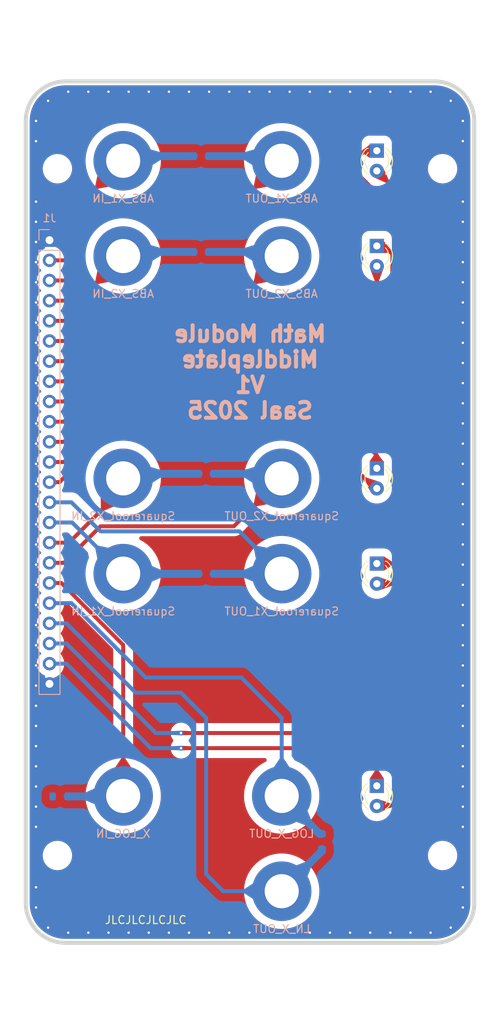
<source format=kicad_pcb>
(kicad_pcb (version 20240108) (generator "pcbnew") (generator_version "8.0")
  (layers (0 "F.Cu" signal) (31 "B.Cu" signal) (34 "B.Paste" user) (35 "F.Paste" user) (36 "B.SilkS" user "B.Silkscreen") (37 "F.SilkS" user "F.Silkscreen") (38 "B.Mask" user) (39 "F.Mask" user) (44 "Edge.Cuts" user))
  (net 0 "")
  (net 1 "LED_LOG_2")
  (net 2 "LED_LOG_1")
  (net 3 "ABS_X1_LED_1")
  (net 4 "ABS_X1_LED_2")
  (net 5 "ABS_X2_LED_1")
  (net 6 "ABS_X2_LED_2")
  (net 7 "SR_X1_LED_1")
  (net 8 "SR_X1_LED_2")
  (net 9 "SR_X2_LED_2")
  (net 10 "SR_X2_LED_1")
  (net 11 "ABS_X1_IN")
  (net 12 "ABS_X1_OUT")
  (net 13 "ABS_X2_IN")
  (net 14 "ABS_X2_OUT")
  (net 15 "Squareroot_X1_IN")
  (net 16 "Squareroot_X1_OUT")
  (net 17 "Squareroot_X2_IN")
  (net 18 "Squareroot_X2_OUT")
  (net 19 "X_LOG")
  (net 20 "LOG_X_OUT")
  (net 21 "LN_X_OUT")
  (net 22 "GND")
  (footprint "LED_THT:LED_D3.0mm_FlatTop" (layer "F.Cu") (at 97.1 121.53 -90)
    (property "Reference" "D5" (hide yes))
    (property "Value" "LED")
    (fp_line (start -0.29 1.08) (end -0.29 1.236) (stroke (width 0.12)) (layer "F.SilkS"))
    (fp_line (start -0.29 -1.236) (end -0.29 -1.08) (stroke (width 0.12)) (layer "F.SilkS"))
    (fp_arc (start 2.941397 1.080061) (mid 1.365624 1.987701) (end -0.29 1.235516) (stroke (width 0.12)) (layer "F.SilkS"))
    (fp_arc (start 2.31091 1.080049) (mid 1.269965 1.5) (end 0.229039 1.08) (stroke (width 0.12)) (layer "F.SilkS"))
    (fp_arc (start 0.229039 -1.08) (mid 1.269965 -1.5) (end 2.31091 -1.080049) (stroke (width 0.12)) (layer "F.SilkS"))
    (fp_arc (start -0.29 -1.235516) (mid 1.365624 -1.987701) (end 2.941397 -1.080061) (stroke (width 0.12)) (layer "F.SilkS"))
    (pad "1" thru_hole rect (at 0 0 270) (size 1.8 1.8) (drill 0.9) (layers "*.Cu" "*.Mask") (net 10 "SR_X2_LED_1"))
    (pad "2" thru_hole circle (at 2.54 0 270) (size 1.8 1.8) (drill 0.9) (layers "*.Cu" "*.Mask") (net 9 "SR_X2_LED_2"))
  )
  (footprint "MountingHole:MountingHole_3.2mm_M3_DIN965" (layer "F.Cu") (at 56.8 71.8)
    (property "Reference" "H1" (hide yes))
    (property "Value" "MountingHole")
    (pad "" np_thru_hole circle (at 0 0) (size 3.2 3.2) (drill 3.2) (layers "*.Cu" "*.Mask"))
  )
  (footprint "LED_THT:LED_D3.0mm_FlatTop" (layer "F.Cu") (at 97.1 69.53 -90)
    (property "Reference" "D2" (hide yes))
    (property "Value" "LED")
    (fp_line (start -0.29 1.08) (end -0.29 1.236) (stroke (width 0.12)) (layer "F.SilkS"))
    (fp_line (start -0.29 -1.236) (end -0.29 -1.08) (stroke (width 0.12)) (layer "F.SilkS"))
    (fp_arc (start 2.941397 1.080061) (mid 1.365624 1.987701) (end -0.29 1.235516) (stroke (width 0.12)) (layer "F.SilkS"))
    (fp_arc (start 2.31091 1.080049) (mid 1.269965 1.5) (end 0.229039 1.08) (stroke (width 0.12)) (layer "F.SilkS"))
    (fp_arc (start 0.229039 -1.08) (mid 1.269965 -1.5) (end 2.31091 -1.080049) (stroke (width 0.12)) (layer "F.SilkS"))
    (fp_arc (start -0.29 -1.235516) (mid 1.365624 -1.987701) (end 2.941397 -1.080061) (stroke (width 0.12)) (layer "F.SilkS"))
    (pad "1" thru_hole rect (at 0 0 270) (size 1.8 1.8) (drill 0.9) (layers "*.Cu" "*.Mask") (net 3 "ABS_X1_LED_1"))
    (pad "2" thru_hole circle (at 2.54 0 270) (size 1.8 1.8) (drill 0.9) (layers "*.Cu" "*.Mask") (net 4 "ABS_X1_LED_2"))
  )
  (footprint "MountingHole:MountingHole_3.2mm_M3_DIN965" (layer "F.Cu") (at 56.8 158.3)
    (property "Reference" "H8" (hide yes))
    (property "Value" "MountingHole")
    (pad "" np_thru_hole circle (at 0 0) (size 3.2 3.2) (drill 3.2) (layers "*.Cu" "*.Mask"))
  )
  (footprint "LED_THT:LED_D3.0mm_FlatTop" (layer "F.Cu") (at 97.1 81.53 -90)
    (property "Reference" "D3" (hide yes))
    (property "Value" "LED")
    (fp_line (start -0.29 1.08) (end -0.29 1.236) (stroke (width 0.12)) (layer "F.SilkS"))
    (fp_line (start -0.29 -1.236) (end -0.29 -1.08) (stroke (width 0.12)) (layer "F.SilkS"))
    (fp_arc (start 2.941397 1.080061) (mid 1.365624 1.987701) (end -0.29 1.235516) (stroke (width 0.12)) (layer "F.SilkS"))
    (fp_arc (start 2.31091 1.080049) (mid 1.269965 1.5) (end 0.229039 1.08) (stroke (width 0.12)) (layer "F.SilkS"))
    (fp_arc (start 0.229039 -1.08) (mid 1.269965 -1.5) (end 2.31091 -1.080049) (stroke (width 0.12)) (layer "F.SilkS"))
    (fp_arc (start -0.29 -1.235516) (mid 1.365624 -1.987701) (end 2.941397 -1.080061) (stroke (width 0.12)) (layer "F.SilkS"))
    (pad "1" thru_hole rect (at 0 0 270) (size 1.8 1.8) (drill 0.9) (layers "*.Cu" "*.Mask") (net 5 "ABS_X2_LED_1"))
    (pad "2" thru_hole circle (at 2.54 0 270) (size 1.8 1.8) (drill 0.9) (layers "*.Cu" "*.Mask") (net 6 "ABS_X2_LED_2"))
  )
  (footprint "LED_THT:LED_D3.0mm_FlatTop" (layer "F.Cu") (at 97.1 109.53 -90)
    (property "Reference" "D4" (hide yes))
    (property "Value" "LED")
    (fp_line (start -0.29 1.08) (end -0.29 1.236) (stroke (width 0.12)) (layer "F.SilkS"))
    (fp_line (start -0.29 -1.236) (end -0.29 -1.08) (stroke (width 0.12)) (layer "F.SilkS"))
    (fp_arc (start 2.941397 1.080061) (mid 1.365624 1.987701) (end -0.29 1.235516) (stroke (width 0.12)) (layer "F.SilkS"))
    (fp_arc (start 2.31091 1.080049) (mid 1.269965 1.5) (end 0.229039 1.08) (stroke (width 0.12)) (layer "F.SilkS"))
    (fp_arc (start 0.229039 -1.08) (mid 1.269965 -1.5) (end 2.31091 -1.080049) (stroke (width 0.12)) (layer "F.SilkS"))
    (fp_arc (start -0.29 -1.235516) (mid 1.365624 -1.987701) (end 2.941397 -1.080061) (stroke (width 0.12)) (layer "F.SilkS"))
    (pad "1" thru_hole rect (at 0 0 270) (size 1.8 1.8) (drill 0.9) (layers "*.Cu" "*.Mask") (net 7 "SR_X1_LED_1"))
    (pad "2" thru_hole circle (at 2.54 0 270) (size 1.8 1.8) (drill 0.9) (layers "*.Cu" "*.Mask") (net 8 "SR_X1_LED_2"))
  )
  (footprint "MountingHole:MountingHole_3.2mm_M3_DIN965" (layer "F.Cu") (at 105.4 71.8)
    (property "Reference" "H4" (hide yes))
    (property "Value" "MountingHole")
    (pad "" np_thru_hole circle (at 0 0) (size 3.2 3.2) (drill 3.2) (layers "*.Cu" "*.Mask"))
  )
  (footprint "LED_THT:LED_D3.0mm_FlatTop" (layer "F.Cu") (at 97.1 149.53 -90)
    (property "Reference" "D1" (hide yes))
    (property "Value" "LED")
    (fp_line (start -0.29 1.08) (end -0.29 1.236) (stroke (width 0.12)) (layer "F.SilkS"))
    (fp_line (start -0.29 -1.236) (end -0.29 -1.08) (stroke (width 0.12)) (layer "F.SilkS"))
    (fp_arc (start 2.941397 1.080061) (mid 1.365624 1.987701) (end -0.29 1.235516) (stroke (width 0.12)) (layer "F.SilkS"))
    (fp_arc (start 2.31091 1.080049) (mid 1.269965 1.5) (end 0.229039 1.08) (stroke (width 0.12)) (layer "F.SilkS"))
    (fp_arc (start 0.229039 -1.08) (mid 1.269965 -1.5) (end 2.31091 -1.080049) (stroke (width 0.12)) (layer "F.SilkS"))
    (fp_arc (start -0.29 -1.235516) (mid 1.365624 -1.987701) (end 2.941397 -1.080061) (stroke (width 0.12)) (layer "F.SilkS"))
    (pad "1" thru_hole rect (at 0 0 270) (size 1.8 1.8) (drill 0.9) (layers "*.Cu" "*.Mask") (net 2 "LED_LOG_1"))
    (pad "2" thru_hole circle (at 2.54 0 270) (size 1.8 1.8) (drill 0.9) (layers "*.Cu" "*.Mask") (net 1 "LED_LOG_2"))
  )
  (footprint "MountingHole:MountingHole_3.2mm_M3_DIN965" (layer "F.Cu") (at 105.4 158.3)
    (property "Reference" "H5" (hide yes))
    (property "Value" "MountingHole")
    (pad "" np_thru_hole circle (at 0 0) (size 3.2 3.2) (drill 3.2) (layers "*.Cu" "*.Mask"))
  )
  (footprint "MountingHole:MountingHole_4.3mm_M4_DIN965_Pad" (layer "B.Cu") (at 85.1 150.8 180)
    (property "Reference" "H14" (hide yes))
    (property "Value" "LOG_X_OUT" (at 0 -4.75 0) (layer "B.SilkS") (effects (justify mirror)))
    (pad "1" thru_hole circle (at 0 0 180) (size 7.5 7.5) (drill 4.3) (layers "*.Cu" "*.Mask") (net 20 "LOG_X_OUT"))
  )
  (footprint "MountingHole:MountingHole_4.3mm_M4_DIN965_Pad" (layer "B.Cu") (at 85.1 110.8 180)
    (property "Reference" "H12" (hide yes))
    (property "Value" "Squareroot_X2_OUT" (at 0 -4.75 0) (layer "B.SilkS") (effects (justify mirror)))
    (pad "1" thru_hole circle (at 0 0 180) (size 7.5 7.5) (drill 4.3) (layers "*.Cu" "*.Mask") (net 18 "Squareroot_X2_OUT"))
  )
  (footprint "analog_computing:VCAN16A2-03S-E3-08" (layer "B.Cu") (at 75.565 109.22 90)
    (property "Reference" "U4" (hide yes))
    (property "Value" "VCAN16A2" (hide yes))
    (pad "1" smd roundrect (at -1 0.95 90) (size 1 0.8) (layers "B.Cu" "B.Paste" "B.Mask") (net 18 "Squareroot_X2_OUT"))
    (pad "2" smd roundrect (at -1 -0.95 90) (size 1 0.8) (layers "B.Cu" "B.Paste" "B.Mask") (net 17 "Squareroot_X2_IN"))
    (pad "3" smd roundrect (at 1 0 90) (size 1 0.8) (layers "B.Cu" "B.Paste" "B.Mask") (net 22 "GND"))
  )
  (footprint "MountingHole:MountingHole_4.3mm_M4_DIN965_Pad" (layer "B.Cu") (at 65.1 110.8 180)
    (property "Reference" "H11" (hide yes))
    (property "Value" "Squareroot_X2_IN" (at 0 -4.75 0) (layer "B.SilkS") (effects (justify mirror)))
    (pad "1" thru_hole circle (at 0 0 180) (size 7.5 7.5) (drill 4.3) (layers "*.Cu" "*.Mask") (net 17 "Squareroot_X2_IN"))
  )
  (footprint "analog_computing:VCAN16A2-03S-E3-08" (layer "B.Cu") (at 91.17 156.53)
    (property "Reference" "U6" (hide yes))
    (property "Value" "VCAN16A2" (hide yes))
    (pad "1" smd roundrect (at -1 0.95) (size 1 0.8) (layers "B.Cu" "B.Paste" "B.Mask") (net 21 "LN_X_OUT"))
    (pad "2" smd roundrect (at -1 -0.95) (size 1 0.8) (layers "B.Cu" "B.Paste" "B.Mask") (net 20 "LOG_X_OUT"))
    (pad "3" smd roundrect (at 1 0) (size 1 0.8) (layers "B.Cu" "B.Paste" "B.Mask") (net 22 "GND"))
  )
  (footprint "analog_computing:VCAN16A2-03S-E3-08" (layer "B.Cu") (at 75.565 123.825 -90)
    (property "Reference" "U3" (hide yes))
    (property "Value" "VCAN16A2" (hide yes))
    (pad "1" smd roundrect (at -1 0.95 270) (size 1 0.8) (layers "B.Cu" "B.Paste" "B.Mask") (net 15 "Squareroot_X1_IN"))
    (pad "2" smd roundrect (at -1 -0.95 270) (size 1 0.8) (layers "B.Cu" "B.Paste" "B.Mask") (net 16 "Squareroot_X1_OUT"))
    (pad "3" smd roundrect (at 1 0 270) (size 1 0.8) (layers "B.Cu" "B.Paste" "B.Mask") (net 22 "GND"))
  )
  (footprint "analog_computing:VCAN16A2-03S-E3-08" (layer "B.Cu") (at 57.15 149.86 90)
    (property "Reference" "U5" (hide yes))
    (property "Value" "VCAN16A2" (hide yes))
    (pad "1" smd roundrect (at -1 0.95 90) (size 1 0.8) (layers "B.Cu" "B.Paste" "B.Mask") (net 19 "X_LOG"))
    (pad "2" smd roundrect (at -1 -0.95 90) (size 1 0.8) (layers "B.Cu" "B.Paste" "B.Mask"))
    (pad "3" smd roundrect (at 1 0 90) (size 1 0.8) (layers "B.Cu" "B.Paste" "B.Mask") (net 22 "GND"))
  )
  (footprint "MountingHole:MountingHole_4.3mm_M4_DIN965_Pad" (layer "B.Cu") (at 85.1 162.8 180)
    (property "Reference" "H15" (hide yes))
    (property "Value" "LN_X_OUT" (at 0 -4.75 0) (layer "B.SilkS") (effects (justify mirror)))
    (pad "1" thru_hole circle (at 0 0 180) (size 7.5 7.5) (drill 4.3) (layers "*.Cu" "*.Mask") (net 21 "LN_X_OUT"))
  )
  (footprint "MountingHole:MountingHole_4.3mm_M4_DIN965_Pad" (layer "B.Cu") (at 65.1 150.8 180)
    (property "Reference" "H13" (hide yes))
    (property "Value" "X_LOG_IN" (at 0 -4.75 0) (layer "B.SilkS") (effects (justify mirror)))
    (pad "1" thru_hole circle (at 0 0 180) (size 7.5 7.5) (drill 4.3) (layers "*.Cu" "*.Mask") (net 19 "X_LOG"))
  )
  (footprint "MountingHole:MountingHole_4.3mm_M4_DIN965_Pad" (layer "B.Cu") (at 65.1 122.8 180)
    (property "Reference" "H9" (hide yes))
    (property "Value" "Squareroot_X1_IN" (at 0 -4.75 0) (layer "B.SilkS") (effects (justify mirror)))
    (pad "1" thru_hole circle (at 0 0 180) (size 7.5 7.5) (drill 4.3) (layers "*.Cu" "*.Mask") (net 15 "Squareroot_X1_IN"))
  )
  (footprint "analog_computing:VCAN16A2-03S-E3-08" (layer "B.Cu") (at 74.93 81.28 90)
    (property "Reference" "U2" (hide yes))
    (property "Value" "VCAN16A2" (hide yes))
    (pad "1" smd roundrect (at -1 0.95 90) (size 1 0.8) (layers "B.Cu" "B.Paste" "B.Mask") (net 14 "ABS_X2_OUT"))
    (pad "2" smd roundrect (at -1 -0.95 90) (size 1 0.8) (layers "B.Cu" "B.Paste" "B.Mask") (net 13 "ABS_X2_IN"))
    (pad "3" smd roundrect (at 1 0 90) (size 1 0.8) (layers "B.Cu" "B.Paste" "B.Mask") (net 22 "GND"))
  )
  (footprint "MountingHole:MountingHole_4.3mm_M4_DIN965_Pad" (layer "B.Cu") (at 85.1 122.8 180)
    (property "Reference" "H10" (hide yes))
    (property "Value" "Squareroot_X1_OUT" (at 0 -4.75 0) (layer "B.SilkS") (effects (justify mirror)))
    (pad "1" thru_hole circle (at 0 0 180) (size 7.5 7.5) (drill 4.3) (layers "*.Cu" "*.Mask") (net 16 "Squareroot_X1_OUT"))
  )
  (footprint "Connector_PinSocket_2.54mm:PinSocket_1x23_P2.54mm_Vertical" (layer "B.Cu") (at 55.8 80.8 180)
    (property "Reference" "J1" (at 0 2.77 0) (layer "B.SilkS") (effects (justify mirror)))
    (property "Value" "Conn_01x23_Pin")
    (fp_line (start 1.33 1.33) (end 0 1.33) (stroke (width 0.12)) (layer "B.SilkS"))
    (fp_line (start 1.33 0) (end 1.33 1.33) (stroke (width 0.12)) (layer "B.SilkS"))
    (fp_line (start 1.33 -1.27) (end -1.33 -1.27) (stroke (width 0.12)) (layer "B.SilkS"))
    (fp_line (start 1.33 -57.21) (end 1.33 -1.27) (stroke (width 0.12)) (layer "B.SilkS"))
    (fp_line (start 1.33 -57.21) (end -1.33 -57.21) (stroke (width 0.12)) (layer "B.SilkS"))
    (fp_line (start -1.33 -57.21) (end -1.33 -1.27) (stroke (width 0.12)) (layer "B.SilkS"))
    (pad "1" thru_hole rect (at 0 0 180) (size 1.7 1.7) (drill 1) (layers "*.Cu" "*.Mask") (net 22 "GND"))
    (pad "2" thru_hole oval (at 0 -2.54 180) (size 1.7 1.7) (drill 1) (layers "*.Cu" "*.Mask") (net 11 "ABS_X1_IN"))
    (pad "3" thru_hole oval (at 0 -5.08 180) (size 1.7 1.7) (drill 1) (layers "*.Cu" "*.Mask") (net 12 "ABS_X1_OUT"))
    (pad "4" thru_hole oval (at 0 -7.62 180) (size 1.7 1.7) (drill 1) (layers "*.Cu" "*.Mask") (net 13 "ABS_X2_IN"))
    (pad "5" thru_hole oval (at 0 -10.16 180) (size 1.7 1.7) (drill 1) (layers "*.Cu" "*.Mask") (net 14 "ABS_X2_OUT"))
    (pad "6" thru_hole oval (at 0 -12.7 180) (size 1.7 1.7) (drill 1) (layers "*.Cu" "*.Mask") (net 6 "ABS_X2_LED_2"))
    (pad "7" thru_hole oval (at 0 -15.24 180) (size 1.7 1.7) (drill 1) (layers "*.Cu" "*.Mask") (net 5 "ABS_X2_LED_1"))
    (pad "8" thru_hole oval (at 0 -17.78 180) (size 1.7 1.7) (drill 1) (layers "*.Cu" "*.Mask") (net 3 "ABS_X1_LED_1"))
    (pad "9" thru_hole oval (at 0 -20.32 180) (size 1.7 1.7) (drill 1) (layers "*.Cu" "*.Mask") (net 4 "ABS_X1_LED_2"))
    (pad "10" thru_hole oval (at 0 -22.86 180) (size 1.7 1.7) (drill 1) (layers "*.Cu" "*.Mask") (net 9 "SR_X2_LED_2"))
    (pad "11" thru_hole oval (at 0 -25.4 180) (size 1.7 1.7) (drill 1) (layers "*.Cu" "*.Mask") (net 10 "SR_X2_LED_1"))
    (pad "12" thru_hole oval (at 0 -27.94 180) (size 1.7 1.7) (drill 1) (layers "*.Cu" "*.Mask") (net 7 "SR_X1_LED_1"))
    (pad "13" thru_hole oval (at 0 -30.48 180) (size 1.7 1.7) (drill 1) (layers "*.Cu" "*.Mask") (net 8 "SR_X1_LED_2"))
    (pad "14" thru_hole oval (at 0 -33.02 180) (size 1.7 1.7) (drill 1) (layers "*.Cu" "*.Mask") (net 16 "Squareroot_X1_OUT"))
    (pad "15" thru_hole oval (at 0 -35.56 180) (size 1.7 1.7) (drill 1) (layers "*.Cu" "*.Mask") (net 15 "Squareroot_X1_IN"))
    (pad "16" thru_hole oval (at 0 -38.1 180) (size 1.7 1.7) (drill 1) (layers "*.Cu" "*.Mask") (net 17 "Squareroot_X2_IN"))
    (pad "17" thru_hole oval (at 0 -40.64 180) (size 1.7 1.7) (drill 1) (layers "*.Cu" "*.Mask") (net 18 "Squareroot_X2_OUT"))
    (pad "18" thru_hole oval (at 0 -43.18 180) (size 1.7 1.7) (drill 1) (layers "*.Cu" "*.Mask") (net 19 "X_LOG"))
    (pad "19" thru_hole oval (at 0 -45.72 180) (size 1.7 1.7) (drill 1) (layers "*.Cu" "*.Mask") (net 20 "LOG_X_OUT"))
    (pad "20" thru_hole oval (at 0 -48.26 180) (size 1.7 1.7) (drill 1) (layers "*.Cu" "*.Mask") (net 21 "LN_X_OUT"))
    (pad "21" thru_hole oval (at 0 -50.8 180) (size 1.7 1.7) (drill 1) (layers "*.Cu" "*.Mask") (net 1 "LED_LOG_2"))
    (pad "22" thru_hole oval (at 0 -53.34 180) (size 1.7 1.7) (drill 1) (layers "*.Cu" "*.Mask") (net 2 "LED_LOG_1"))
    (pad "23" thru_hole oval (at 0 -55.88 180) (size 1.7 1.7) (drill 1) (layers "*.Cu" "*.Mask") (net 22 "GND"))
  )
  (footprint "MountingHole:MountingHole_4.3mm_M4_DIN965_Pad" (layer "B.Cu") (at 65.1 82.8 180)
    (property "Reference" "H6" (hide yes))
    (property "Value" "ABS_X2_IN" (at 0 -4.75 0) (layer "B.SilkS") (effects (justify mirror)))
    (pad "1" thru_hole circle (at 0 0 180) (size 7.5 7.5) (drill 4.3) (layers "*.Cu" "*.Mask") (net 13 "ABS_X2_IN"))
  )
  (footprint "MountingHole:MountingHole_4.3mm_M4_DIN965_Pad" (layer "B.Cu") (at 85.1 82.8 180)
    (property "Reference" "H7" (hide yes))
    (property "Value" "ABS_X2_OUT" (at 0 -4.75 0) (layer "B.SilkS") (effects (justify mirror)))
    (pad "1" thru_hole circle (at 0 0 180) (size 7.5 7.5) (drill 4.3) (layers "*.Cu" "*.Mask") (net 14 "ABS_X2_OUT"))
  )
  (footprint "analog_computing:VCAN16A2-03S-E3-08" (layer "B.Cu") (at 74.93 69.215 90)
    (property "Reference" "U1" (hide yes))
    (property "Value" "VCAN16A2" (hide yes))
    (pad "1" smd roundrect (at -1 0.95 90) (size 1 0.8) (layers "B.Cu" "B.Paste" "B.Mask") (net 12 "ABS_X1_OUT"))
    (pad "2" smd roundrect (at -1 -0.95 90) (size 1 0.8) (layers "B.Cu" "B.Paste" "B.Mask") (net 11 "ABS_X1_IN"))
    (pad "3" smd roundrect (at 1 0 90) (size 1 0.8) (layers "B.Cu" "B.Paste" "B.Mask") (net 22 "GND"))
  )
  (footprint "MountingHole:MountingHole_4.3mm_M4_DIN965_Pad" (layer "B.Cu") (at 65.1 70.8 180)
    (property "Reference" "H2" (hide yes))
    (property "Value" "ABS_X1_IN" (at 0 -4.75 0) (layer "B.SilkS") (effects (justify mirror)))
    (pad "1" thru_hole circle (at 0 0 180) (size 7.5 7.5) (drill 4.3) (layers "*.Cu" "*.Mask") (net 11 "ABS_X1_IN"))
  )
  (footprint "MountingHole:MountingHole_4.3mm_M4_DIN965_Pad" (layer "B.Cu") (at 85.1 70.8 180)
    (property "Reference" "H3" (hide yes))
    (property "Value" "ABS_X1_OUT" (at 0 -4.75 0) (layer "B.SilkS") (effects (justify mirror)))
    (pad "1" thru_hole circle (at 0 0 180) (size 7.5 7.5) (drill 4.3) (layers "*.Cu" "*.Mask") (net 12 "ABS_X1_OUT"))
  )
  (gr_line (start 109.4 65.8) (end 109.4 164.3) (stroke (width 0.5)) (layer "Edge.Cuts"))
  (gr_line (start 57.8 60.8) (end 104.4 60.8) (stroke (width 0.5)) (layer "Edge.Cuts"))
  (gr_line (start 104.4 169.3) (end 57.8 169.3) (stroke (width 0.5)) (layer "Edge.Cuts"))
  (gr_arc (start 52.8 65.8) (mid 54.264466 62.264466) (end 57.8 60.8) (stroke (width 0.5)) (layer "Edge.Cuts"))
  (gr_arc (start 104.4 60.8) (mid 107.935534 62.264466) (end 109.4 65.8) (stroke (width 0.5)) (layer "Edge.Cuts"))
  (gr_line (start 52.8 164.3) (end 52.8 65.8) (stroke (width 0.5)) (layer "Edge.Cuts"))
  (gr_arc (start 57.8 169.3) (mid 54.264466 167.835534) (end 52.8 164.3) (stroke (width 0.5)) (layer "Edge.Cuts"))
  (gr_arc (start 109.4 164.3) (mid 107.935534 167.835534) (end 104.4 169.3) (stroke (width 0.5)) (layer "Edge.Cuts"))
  (gr_text "Math Module\nMiddleplate\nV1\nSaal 2025" (at 81.1 91.44 0) (layer "B.SilkS") (effects (font (size 2 2) (thickness 0.5) (bold yes)) (justify top mirror)))
  (gr_text "JLCJLCJLCJLC" (at 67.945 167.005 0) (layer "F.SilkS") (effects (font (size 1 1)) (justify bottom)))
  (segment (start 98.755 152.07) (end 97.1 152.07) (width 0.5) (layer "F.Cu") (net 1))
  (segment (start 72.39 142.875) (end 95.25 142.875) (width 0.5) (layer "F.Cu") (net 1))
  (segment (start 99.695 151.13) (end 98.755 152.07) (width 0.5) (layer "F.Cu") (net 1))
  (segment (start 95.25 142.875) (end 99.695 147.32) (width 0.5) (layer "F.Cu") (net 1))
  (segment (start 99.695 147.32) (end 99.695 151.13) (width 0.5) (layer "F.Cu") (net 1))
  (via (at 72.39 142.875) (size 0.6) (drill 0.3) (layers "F.Cu" "B.Cu") (net 1))
  (segment (start 55.8 131.6) (end 57.94 131.6) (width 0.5) (layer "B.Cu") (net 1))
  (segment (start 57.94 131.6) (end 69.215 142.875) (width 0.5) (layer "B.Cu") (net 1))
  (segment (start 69.215 142.875) (end 72.39 142.875) (width 0.5) (layer "B.Cu") (net 1))
  (segment (start 94.615 144.78) (end 97.155 147.32) (width 0.5) (layer "F.Cu") (net 2))
  (segment (start 72.39 144.78) (end 94.615 144.78) (width 0.5) (layer "F.Cu") (net 2))
  (segment (start 97.155 147.32) (end 97.1 147.375) (width 0.5) (layer "F.Cu") (net 2))
  (segment (start 97.1 147.375) (end 97.1 149.53) (width 0.5) (layer "F.Cu") (net 2))
  (via (at 72.39 144.78) (size 0.6) (drill 0.3) (layers "F.Cu" "B.Cu") (net 2))
  (segment (start 55.8 134.14) (end 57.94 134.14) (width 0.5) (layer "B.Cu") (net 2))
  (segment (start 68.58 144.78) (end 72.39 144.78) (width 0.5) (layer "B.Cu") (net 2))
  (segment (start 57.94 134.14) (end 68.58 144.78) (width 0.5) (layer "B.Cu") (net 2))
  (segment (start 57.63 98.58) (end 59.69 96.52) (width 0.5) (layer "F.Cu") (net 3))
  (segment (start 99.06 96.52) (end 101.6 93.98) (width 0.5) (layer "F.Cu") (net 3))
  (segment (start 59.69 96.52) (end 99.06 96.52) (width 0.5) (layer "F.Cu") (net 3))
  (segment (start 94.615 72.39) (end 94.615 70.485) (width 0.5) (layer "F.Cu") (net 3))
  (segment (start 55.8 98.58) (end 57.63 98.58) (width 0.5) (layer "F.Cu") (net 3))
  (segment (start 94.615 70.485) (end 95.57 69.53) (width 0.5) (layer "F.Cu") (net 3))
  (segment (start 101.6 79.375) (end 94.615 72.39) (width 0.5) (layer "F.Cu") (net 3))
  (segment (start 95.57 69.53) (end 97.1 69.53) (width 0.5) (layer "F.Cu") (net 3))
  (segment (start 101.6 93.98) (end 101.6 79.375) (width 0.5) (layer "F.Cu") (net 3))
  (segment (start 55.8 101.12) (end 57.63 101.12) (width 0.5) (layer "F.Cu") (net 4))
  (segment (start 60.96 97.79) (end 102.235 97.79) (width 0.5) (layer "F.Cu") (net 4))
  (segment (start 104.14 79.11) (end 97.1 72.07) (width 0.5) (layer "F.Cu") (net 4))
  (segment (start 57.63 101.12) (end 60.96 97.79) (width 0.5) (layer "F.Cu") (net 4))
  (segment (start 102.235 97.79) (end 104.14 95.885) (width 0.5) (layer "F.Cu") (net 4))
  (segment (start 104.14 95.885) (end 104.14 79.11) (width 0.5) (layer "F.Cu") (net 4))
  (segment (start 57.64875 96.04) (end 59.07375 94.615) (width 0.5) (layer "F.Cu") (net 5))
  (segment (start 97.155 94.615) (end 99.06 92.71) (width 0.5) (layer "F.Cu") (net 5))
  (segment (start 59.07375 94.615) (end 97.155 94.615) (width 0.5) (layer "F.Cu") (net 5))
  (segment (start 99.06 92.71) (end 99.06 82.55) (width 0.5) (layer "F.Cu") (net 5))
  (segment (start 55.8 96.04) (end 57.64875 96.04) (width 0.5) (layer "F.Cu") (net 5))
  (segment (start 98.04 81.53) (end 97.1 81.53) (width 0.5) (layer "F.Cu") (net 5))
  (segment (start 99.06 82.55) (end 98.04 81.53) (width 0.5) (layer "F.Cu") (net 5))
  (segment (start 93.825 93.5) (end 97.1 90.225) (width 0.5) (layer "F.Cu") (net 6))
  (segment (start 97.1 90.225) (end 97.1 84.07) (width 0.5) (layer "F.Cu") (net 6))
  (segment (start 55.8 93.5) (end 93.825 93.5) (width 0.5) (layer "F.Cu") (net 6))
  (segment (start 57.63 108.74) (end 55.8 108.74) (width 0.5) (layer "F.Cu") (net 7))
  (segment (start 97.1 109.53) (end 97.1 107.895) (width 0.5) (layer "F.Cu") (net 7))
  (segment (start 92.075 102.87) (end 63.5 102.87) (width 0.5) (layer "F.Cu") (net 7))
  (segment (start 63.5 102.87) (end 57.63 108.74) (width 0.5) (layer "F.Cu") (net 7))
  (segment (start 97.1 107.895) (end 92.075 102.87) (width 0.5) (layer "F.Cu") (net 7))
  (segment (start 97.1 112.07) (end 96.83 112.07) (width 0.5) (layer "F.Cu") (net 8))
  (segment (start 88.9 104.14) (end 64.200532 104.14) (width 0.5) (layer "F.Cu") (net 8))
  (segment (start 57.060532 111.28) (end 55.8 111.28) (width 0.5) (layer "F.Cu") (net 8))
  (segment (start 64.200532 104.14) (end 57.060532 111.28) (width 0.5) (layer "F.Cu") (net 8))
  (segment (start 96.83 112.07) (end 88.9 104.14) (width 0.5) (layer "F.Cu") (net 8))
  (segment (start 61.595 99.695) (end 95.885 99.695) (width 0.5) (layer "F.Cu") (net 9))
  (segment (start 55.8 103.66) (end 57.63 103.66) (width 0.5) (layer "F.Cu") (net 9))
  (segment (start 57.63 103.66) (end 61.595 99.695) (width 0.5) (layer "F.Cu") (net 9))
  (segment (start 103.505 120.015) (end 99.45 124.07) (width 0.5) (layer "F.Cu") (net 9))
  (segment (start 95.885 99.695) (end 103.505 107.315) (width 0.5) (layer "F.Cu") (net 9))
  (segment (start 103.505 107.315) (end 103.505 120.015) (width 0.5) (layer "F.Cu") (net 9))
  (segment (start 99.45 124.07) (end 97.1 124.07) (width 0.5) (layer "F.Cu") (net 9))
  (segment (start 57.63 106.2) (end 62.865 100.965) (width 0.5) (layer "F.Cu") (net 10))
  (segment (start 101.6 108.585) (end 101.6 119.38) (width 0.5) (layer "F.Cu") (net 10))
  (segment (start 62.865 100.965) (end 93.98 100.965) (width 0.5) (layer "F.Cu") (net 10))
  (segment (start 99.45 121.53) (end 97.1 121.53) (width 0.5) (layer "F.Cu") (net 10))
  (segment (start 55.8 106.2) (end 57.63 106.2) (width 0.5) (layer "F.Cu") (net 10))
  (segment (start 101.6 119.38) (end 99.45 121.53) (width 0.5) (layer "F.Cu") (net 10))
  (segment (start 93.98 100.965) (end 101.6 108.585) (width 0.5) (layer "F.Cu") (net 10))
  (segment (start 55.8 83.34) (end 58.265 83.34) (width 0.5) (layer "F.Cu") (net 11))
  (segment (start 58.265 83.34) (end 59.055 82.55) (width 0.5) (layer "F.Cu") (net 11))
  (segment (start 59.055 82.55) (end 59.055 76.845) (width 0.5) (layer "F.Cu") (net 11))
  (segment (start 59.055 76.845) (end 65.1 70.8) (width 0.5) (layer "F.Cu") (net 11))
  (segment (start 65.685 70.215) (end 65.1 70.8) (width 1) (layer "B.Cu") (net 11))
  (segment (start 73.98 70.215) (end 65.685 70.215) (width 1) (layer "B.Cu") (net 11))
  (segment (start 58.42375 85.88) (end 60.1 84.20375) (width 0.5) (layer "F.Cu") (net 12))
  (segment (start 55.8 85.88) (end 58.42375 85.88) (width 0.5) (layer "F.Cu") (net 12))
  (segment (start 60.1 80.728932) (end 65.028932 75.8) (width 0.5) (layer "F.Cu") (net 12))
  (segment (start 80.1 75.8) (end 85.1 70.8) (width 0.5) (layer "F.Cu") (net 12))
  (segment (start 65.028932 75.8) (end 80.1 75.8) (width 0.5) (layer "F.Cu") (net 12))
  (segment (start 60.1 84.20375) (end 60.1 80.728932) (width 0.5) (layer "F.Cu") (net 12))
  (segment (start 75.88 70.215) (end 84.515 70.215) (width 1) (layer "B.Cu") (net 12))
  (segment (start 84.515 70.215) (end 85.1 70.8) (width 1) (layer "B.Cu") (net 12))
  (segment (start 55.8 88.42) (end 59.48 88.42) (width 0.5) (layer "F.Cu") (net 13))
  (segment (start 59.48 88.42) (end 65.1 82.8) (width 0.5) (layer "F.Cu") (net 13))
  (segment (start 73.98 82.28) (end 65.62 82.28) (width 1) (layer "B.Cu") (net 13))
  (segment (start 65.62 82.28) (end 65.1 82.8) (width 1) (layer "B.Cu") (net 13))
  (segment (start 76.94 90.96) (end 85.1 82.8) (width 0.5) (layer "F.Cu") (net 14))
  (segment (start 55.8 90.96) (end 76.94 90.96) (width 0.5) (layer "F.Cu") (net 14))
  (segment (start 75.88 82.28) (end 84.58 82.28) (width 1) (layer "B.Cu") (net 14))
  (segment (start 84.58 82.28) (end 85.1 82.8) (width 1) (layer "B.Cu") (net 14))
  (segment (start 58.66 116.36) (end 55.8 116.36) (width 0.5) (layer "B.Cu") (net 15))
  (segment (start 74.615 122.825) (end 65.125 122.825) (width 1) (layer "B.Cu") (net 15))
  (segment (start 65.1 122.8) (end 58.66 116.36) (width 0.5) (layer "B.Cu") (net 15))
  (segment (start 65.125 122.825) (end 65.1 122.8) (width 1) (layer "B.Cu") (net 15))
  (segment (start 62.23 117.475) (end 79.775 117.475) (width 0.5) (layer "B.Cu") (net 16))
  (segment (start 79.775 117.475) (end 85.1 122.8) (width 0.5) (layer "B.Cu") (net 16))
  (segment (start 76.515 122.825) (end 85.075 122.825) (width 1) (layer "B.Cu") (net 16))
  (segment (start 85.075 122.825) (end 85.1 122.8) (width 1) (layer "B.Cu") (net 16))
  (segment (start 55.8 113.82) (end 58.575 113.82) (width 0.5) (layer "B.Cu") (net 16))
  (segment (start 58.575 113.82) (end 62.23 117.475) (width 0.5) (layer "B.Cu") (net 16))
  (segment (start 58.265 118.9) (end 65.1 112.065) (width 0.5) (layer "F.Cu") (net 17))
  (segment (start 55.8 118.9) (end 58.265 118.9) (width 0.5) (layer "F.Cu") (net 17))
  (segment (start 65.1 112.065) (end 65.1 110.8) (width 0.5) (layer "F.Cu") (net 17))
  (segment (start 65.68 110.22) (end 65.1 110.8) (width 1) (layer "B.Cu") (net 17))
  (segment (start 74.615 110.22) (end 65.68 110.22) (width 1) (layer "B.Cu") (net 17))
  (segment (start 55.8 121.44) (end 57.63 121.44) (width 0.5) (layer "F.Cu") (net 18))
  (segment (start 62.23 116.84) (end 79.06 116.84) (width 0.5) (layer "F.Cu") (net 18))
  (segment (start 57.63 121.44) (end 62.23 116.84) (width 0.5) (layer "F.Cu") (net 18))
  (segment (start 79.06 116.84) (end 85.1 110.8) (width 0.5) (layer "F.Cu") (net 18))
  (segment (start 76.515 110.22) (end 84.52 110.22) (width 1) (layer "B.Cu") (net 18))
  (segment (start 84.52 110.22) (end 85.1 110.8) (width 1) (layer "B.Cu") (net 18))
  (segment (start 57.305 123.98) (end 55.8 123.98) (width 0.5) (layer "F.Cu") (net 19))
  (segment (start 65.1 131.775) (end 57.305 123.98) (width 0.5) (layer "F.Cu") (net 19))
  (segment (start 65.1 150.8) (end 65.1 131.775) (width 0.5) (layer "F.Cu") (net 19))
  (segment (start 58.1 150.86) (end 65.04 150.86) (width 1) (layer "B.Cu") (net 19))
  (segment (start 65.04 150.86) (end 65.1 150.8) (width 1) (layer "B.Cu") (net 19))
  (segment (start 80.01 135.89) (end 85.1 140.98) (width 0.5) (layer "B.Cu") (net 20))
  (segment (start 90.17 155.58) (end 89.88 155.58) (width 1) (layer "B.Cu") (net 20))
  (segment (start 67.945 135.89) (end 80.01 135.89) (width 0.5) (layer "B.Cu") (net 20))
  (segment (start 85.1 140.98) (end 85.1 150.8) (width 0.5) (layer "B.Cu") (net 20))
  (segment (start 58.575 126.52) (end 67.945 135.89) (width 0.5) (layer "B.Cu") (net 20))
  (segment (start 89.88 155.58) (end 85.1 150.8) (width 1) (layer "B.Cu") (net 20))
  (segment (start 55.8 126.52) (end 58.575 126.52) (width 0.5) (layer "B.Cu") (net 20))
  (segment (start 55.8 129.06) (end 57.94 129.06) (width 0.5) (layer "B.Cu") (net 21))
  (segment (start 90.17 157.48) (end 90.17 157.73) (width 1) (layer "B.Cu") (net 21))
  (segment (start 66.675 137.795) (end 72.39 137.795) (width 0.5) (layer "B.Cu") (net 21))
  (segment (start 90.17 157.73) (end 85.1 162.8) (width 1) (layer "B.Cu") (net 21))
  (segment (start 75.565 140.97) (end 75.565 160.655) (width 0.5) (layer "B.Cu") (net 21))
  (segment (start 77.71 162.8) (end 85.1 162.8) (width 0.5) (layer "B.Cu") (net 21))
  (segment (start 57.94 129.06) (end 66.675 137.795) (width 0.5) (layer "B.Cu") (net 21))
  (segment (start 72.39 137.795) (end 75.565 140.97) (width 0.5) (layer "B.Cu") (net 21))
  (segment (start 75.565 160.655) (end 77.71 162.8) (width 0.5) (layer "B.Cu") (net 21))
  (via (at 107.95 68.326) (size 0.6) (drill 0.3) (layers "F.Cu" "B.Cu") (net 22))
  (via (at 78.486 62.103) (size 0.6) (drill 0.3) (layers "F.Cu" "B.Cu") (net 22))
  (via (at 54.102 101.346) (size 0.6) (drill 0.3) (layers "F.Cu" "B.Cu") (net 22))
  (via (at 54.102 65.786) (size 0.6) (drill 0.3) (layers "F.Cu" "B.Cu") (net 22))
  (via (at 107.95 134.366) (size 0.6) (drill 0.3) (layers "F.Cu" "B.Cu") (net 22))
  (via (at 54.102 121.666) (size 0.6) (drill 0.3) (layers "F.Cu" "B.Cu") (net 22))
  (via (at 107.95 124.206) (size 0.6) (drill 0.3) (layers "F.Cu" "B.Cu") (net 22))
  (via (at 78.486 168.021) (size 0.6) (drill 0.3) (layers "F.Cu" "B.Cu") (net 22))
  (via (at 54.102 96.266) (size 0.6) (drill 0.3) (layers "F.Cu" "B.Cu") (net 22))
  (via (at 107.95 101.346) (size 0.6) (drill 0.3) (layers "F.Cu" "B.Cu") (net 22))
  (via (at 107.95 147.066) (size 0.6) (drill 0.3) (layers "F.Cu" "B.Cu") (net 22))
  (via (at 107.95 149.606) (size 0.6) (drill 0.3) (layers "F.Cu" "B.Cu") (net 22))
  (via (at 54.102 144.526) (size 0.6) (drill 0.3) (layers "F.Cu" "B.Cu") (net 22))
  (via (at 54.102 147.066) (size 0.6) (drill 0.3) (layers "F.Cu" "B.Cu") (net 22))
  (via (at 107.95 93.726) (size 0.6) (drill 0.3) (layers "F.Cu" "B.Cu") (net 22))
  (via (at 107.95 126.746) (size 0.6) (drill 0.3) (layers "F.Cu" "B.Cu") (net 22))
  (via (at 73.406 168.021) (size 0.6) (drill 0.3) (layers "F.Cu" "B.Cu") (net 22))
  (via (at 107.95 139.446) (size 0.6) (drill 0.3) (layers "F.Cu" "B.Cu") (net 22))
  (via (at 54.102 91.186) (size 0.6) (drill 0.3) (layers "F.Cu" "B.Cu") (net 22))
  (via (at 107.95 141.986) (size 0.6) (drill 0.3) (layers "F.Cu" "B.Cu") (net 22))
  (via (at 73.406 62.103) (size 0.6) (drill 0.3) (layers "F.Cu" "B.Cu") (net 22))
  (via (at 54.102 136.906) (size 0.6) (drill 0.3) (layers "F.Cu" "B.Cu") (net 22))
  (via (at 107.95 65.786) (size 0.6) (drill 0.3) (layers "F.Cu" "B.Cu") (net 22))
  (via (at 86.106 62.103) (size 0.6) (drill 0.3) (layers "F.Cu" "B.Cu") (net 22))
  (via (at 54.102 139.446) (size 0.6) (drill 0.3) (layers "F.Cu" "B.Cu") (net 22))
  (via (at 54.102 152.146) (size 0.6) (drill 0.3) (layers "F.Cu" "B.Cu") (net 22))
  (via (at 54.102 162.306) (size 0.6) (drill 0.3) (layers "F.Cu" "B.Cu") (net 22))
  (via (at 54.102 154.686) (size 0.6) (drill 0.3) (layers "F.Cu" "B.Cu") (net 22))
  (via (at 107.95 98.806) (size 0.6) (drill 0.3) (layers "F.Cu" "B.Cu") (net 22))
  (via (at 55.626 167.386) (size 0.6) (drill 0.3) (layers "F.Cu" "B.Cu") (net 22))
  (via (at 96.266 62.103) (size 0.6) (drill 0.3) (layers "F.Cu" "B.Cu") (net 22))
  (via (at 103.886 168.021) (size 0.6) (drill 0.3) (layers "F.Cu" "B.Cu") (net 22))
  (via (at 54.102 86.106) (size 0.6) (drill 0.3) (layers "F.Cu" "B.Cu") (net 22))
  (via (at 54.102 83.566) (size 0.6) (drill 0.3) (layers "F.Cu" "B.Cu") (net 22))
  (via (at 107.95 83.566) (size 0.6) (drill 0.3) (layers "F.Cu" "B.Cu") (net 22))
  (via (at 91.186 168.021) (size 0.6) (drill 0.3) (layers "F.Cu" "B.Cu") (net 22))
  (via (at 96.266 168.021) (size 0.6) (drill 0.3) (layers "F.Cu" "B.Cu") (net 22))
  (via (at 107.95 131.826) (size 0.6) (drill 0.3) (layers "F.Cu" "B.Cu") (net 22))
  (via (at 107.95 88.646) (size 0.6) (drill 0.3) (layers "F.Cu" "B.Cu") (net 22))
  (via (at 70.866 168.021) (size 0.6) (drill 0.3) (layers "F.Cu" "B.Cu") (net 22))
  (via (at 68.326 62.103) (size 0.6) (drill 0.3) (layers "F.Cu" "B.Cu") (net 22))
  (via (at 93.726 168.021) (size 0.6) (drill 0.3) (layers "F.Cu" "B.Cu") (net 22))
  (via (at 81.026 168.021) (size 0.6) (drill 0.3) (layers "F.Cu" "B.Cu") (net 22))
  (via (at 54.102 134.366) (size 0.6) (drill 0.3) (layers "F.Cu" "B.Cu") (net 22))
  (via (at 65.786 62.103) (size 0.6) (drill 0.3) (layers "F.Cu" "B.Cu") (net 22))
  (via (at 60.706 168.021) (size 0.6) (drill 0.3) (layers "F.Cu" "B.Cu") (net 22))
  (via (at 54.102 116.586) (size 0.6) (drill 0.3) (layers "F.Cu" "B.Cu") (net 22))
  (via (at 54.102 141.986) (size 0.6) (drill 0.3) (layers "F.Cu" "B.Cu") (net 22))
  (via (at 107.95 103.886) (size 0.6) (drill 0.3) (layers "F.Cu" "B.Cu") (net 22))
  (via (at 101.346 168.021) (size 0.6) (drill 0.3) (layers "F.Cu" "B.Cu") (net 22))
  (via (at 107.95 81.026) (size 0.6) (drill 0.3) (layers "F.Cu" "B.Cu") (net 22))
  (via (at 107.95 116.586) (size 0.6) (drill 0.3) (layers "F.Cu" "B.Cu") (net 22))
  (via (at 106.426 167.386) (size 0.6) (drill 0.3) (layers "F.Cu" "B.Cu") (net 22))
  (via (at 63.246 62.103) (size 0.6) (drill 0.3) (layers "F.Cu" "B.Cu") (net 22))
  (via (at 107.95 136.906) (size 0.6) (drill 0.3) (layers "F.Cu" "B.Cu") (net 22))
  (via (at 107.95 91.186) (size 0.6) (drill 0.3) (layers "F.Cu" "B.Cu") (net 22))
  (via (at 83.566 62.103) (size 0.6) (drill 0.3) (layers "F.Cu" "B.Cu") (net 22))
  (via (at 88.646 62.103) (size 0.6) (drill 0.3) (layers "F.Cu" "B.Cu") (net 22))
  (via (at 75.946 62.103) (size 0.6) (drill 0.3) (layers "F.Cu" "B.Cu") (net 22))
  (via (at 58.166 168.021) (size 0.6) (drill 0.3) (layers "F.Cu" "B.Cu") (net 22))
  (via (at 107.95 164.846) (size 0.6) (drill 0.3) (layers "F.Cu" "B.Cu") (net 22))
  (via (at 107.95 119.126) (size 0.6) (drill 0.3) (layers "F.Cu" "B.Cu") (net 22))
  (via (at 107.95 78.486) (size 0.6) (drill 0.3) (layers "F.Cu" "B.Cu") (net 22))
  (via (at 107.95 154.686) (size 0.6) (drill 0.3) (layers "F.Cu" "B.Cu") (net 22))
  (via (at 101.346 62.103) (size 0.6) (drill 0.3) (layers "F.Cu" "B.Cu") (net 22))
  (via (at 54.102 164.846) (size 0.6) (drill 0.3) (layers "F.Cu" "B.Cu") (net 22))
  (via (at 58.166 62.103) (size 0.6) (drill 0.3) (layers "F.Cu" "B.Cu") (net 22))
  (via (at 107.95 129.286) (size 0.6) (drill 0.3) (layers "F.Cu" "B.Cu") (net 22))
  (via (at 68.326 168.021) (size 0.6) (drill 0.3) (layers "F.Cu" "B.Cu") (net 22))
  (via (at 54.102 98.806) (size 0.6) (drill 0.3) (layers "F.Cu" "B.Cu") (net 22))
  (via (at 88.646 168.021) (size 0.6) (drill 0.3) (layers "F.Cu" "B.Cu") (net 22))
  (via (at 54.102 81.026) (size 0.6) (drill 0.3) (layers "F.Cu" "B.Cu") (net 22))
  (via (at 54.102 68.326) (size 0.6) (drill 0.3) (layers "F.Cu" "B.Cu") (net 22))
  (via (at 107.95 144.526) (size 0.6) (drill 0.3) (layers "F.Cu" "B.Cu") (net 22))
  (via (at 107.95 96.266) (size 0.6) (drill 0.3) (layers "F.Cu" "B.Cu") (net 22))
  (via (at 54.102 119.126) (size 0.6) (drill 0.3) (layers "F.Cu" "B.Cu") (net 22))
  (via (at 54.102 88.646) (size 0.6) (drill 0.3) (layers "F.Cu" "B.Cu") (net 22))
  (via (at 93.726 62.103) (size 0.6) (drill 0.3) (layers "F.Cu" "B.Cu") (net 22))
  (via (at 60.706 62.103) (size 0.6) (drill 0.3) (layers "F.Cu" "B.Cu") (net 22))
  (via (at 107.95 108.966) (size 0.6) (drill 0.3) (layers "F.Cu" "B.Cu") (net 22))
  (via (at 107.95 114.046) (size 0.6) (drill 0.3) (layers "F.Cu" "B.Cu") (net 22))
  (via (at 55.626 63.246) (size 0.6) (drill 0.3) (layers "F.Cu" "B.Cu") (net 22))
  (via (at 98.806 168.021) (size 0.6) (drill 0.3) (layers "F.Cu" "B.Cu") (net 22))
  (via (at 106.426 63.246) (size 0.6) (drill 0.3) (layers "F.Cu" "B.Cu") (net 22))
  (via (at 81.026 62.103) (size 0.6) (drill 0.3) (layers "F.Cu" "B.Cu") (net 22))
  (via (at 54.102 129.286) (size 0.6) (drill 0.3) (layers "F.Cu" "B.Cu") (net 22))
  (via (at 54.102 126.746) (size 0.6) (drill 0.3) (layers "F.Cu" "B.Cu") (net 22))
  (via (at 54.102 108.966) (size 0.6) (drill 0.3) (layers "F.Cu" "B.Cu") (net 22))
  (via (at 107.95 75.946) (size 0.6) (drill 0.3) (layers "F.Cu" "B.Cu") (net 22))
  (via (at 54.102 103.886) (size 0.6) (drill 0.3) (layers "F.Cu" "B.Cu") (net 22))
  (via (at 54.102 93.726) (size 0.6) (drill 0.3) (layers "F.Cu" "B.Cu") (net 22))
  (via (at 65.786 168.021) (size 0.6) (drill 0.3) (layers "F.Cu" "B.Cu") (net 22))
  (via (at 54.102 124.206) (size 0.6) (drill 0.3) (layers "F.Cu" "B.Cu") (net 22))
  (via (at 107.95 152.146) (size 0.6) (drill 0.3) (layers "F.Cu" "B.Cu") (net 22))
  (via (at 91.186 62.103) (size 0.6) (drill 0.3) (layers "F.Cu" "B.Cu") (net 22))
  (via (at 54.102 149.606) (size 0.6) (drill 0.3) (layers "F.Cu" "B.Cu") (net 22))
  (via (at 54.102 114.046) (size 0.6) (drill 0.3) (layers "F.Cu" "B.Cu") (net 22))
  (via (at 107.95 162.306) (size 0.6) (drill 0.3) (layers "F.Cu" "B.Cu") (net 22))
  (via (at 54.102 106.426) (size 0.6) (drill 0.3) (layers "F.Cu" "B.Cu") (net 22))
  (via (at 54.102 78.486) (size 0.6) (drill 0.3) (layers "F.Cu" "B.Cu") (net 22))
  (via (at 70.866 62.103) (size 0.6) (drill 0.3) (layers "F.Cu" "B.Cu") (net 22))
  (via (at 98.806 62.103) (size 0.6) (drill 0.3) (layers "F.Cu" "B.Cu") (net 22))
  (via (at 54.102 111.506) (size 0.6) (drill 0.3) (layers "F.Cu" "B.Cu") (net 22))
  (via (at 107.95 86.106) (size 0.6) (drill 0.3) (layers "F.Cu" "B.Cu") (net 22))
  (via (at 107.95 111.506) (size 0.6) (drill 0.3) (layers "F.Cu" "B.Cu") (net 22))
  (via (at 107.95 121.666) (size 0.6) (drill 0.3) (layers "F.Cu" "B.Cu") (net 22))
  (via (at 103.886 62.103) (size 0.6) (drill 0.3) (layers "F.Cu" "B.Cu") (net 22))
  (via (at 54.102 75.946) (size 0.6) (drill 0.3) (layers "F.Cu" "B.Cu") (net 22))
  (via (at 75.946 168.021) (size 0.6) (drill 0.3) (layers "F.Cu" "B.Cu") (net 22))
  (via (at 107.95 106.426) (size 0.6) (drill 0.3) (layers "F.Cu" "B.Cu") (net 22))
  (via (at 63.246 168.021) (size 0.6) (drill 0.3) (layers "F.Cu" "B.Cu") (net 22))
  (via (at 54.102 131.826) (size 0.6) (drill 0.3) (layers "F.Cu" "B.Cu") (net 22))
  (zone (net 22) (net_name "GND") (layers "F&B.Cu") (connect_pads yes (clearance 1)) (min_thickness 0.5) (fill yes (thermal_gap 0.5) (thermal_bridge_width 0.5))
    (polygon (pts (xy 52.8 60.8) (xy 109.4 60.8) (xy 109.4 169.3) (xy 52.8 169.3)))
  )
  (zone (net 22) (net_name "GND") (layers "F&B.Cu") (priority 1) (connect_pads yes (clearance 0.75)) (min_thickness 0.25) (fill yes (thermal_gap 0.5) (thermal_bridge_width 0.5))
    (polygon (pts (xy 52.07 139.065) (xy 55.245 139.065) (xy 55.245 74.93) (xy 52.07 74.93)))
  )
)
</source>
